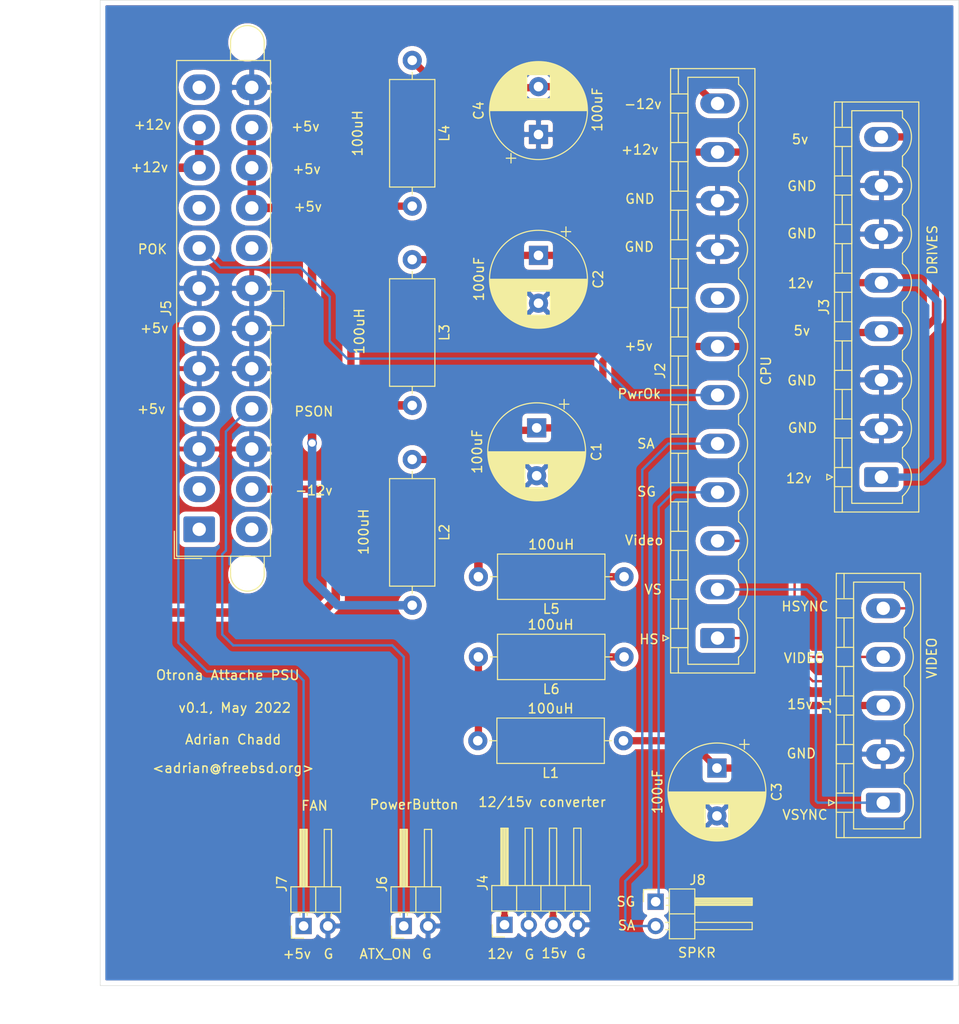
<source format=kicad_pcb>
(kicad_pcb (version 20171130) (host pcbnew 5.1.10)
  (layers (0 F.Cu signal) (31 B.Cu signal) (34 B.Paste user) (35 F.Paste user) (36 B.SilkS user) (37 F.SilkS user) (38 B.Mask user) (39 F.Mask user) (44 Edge.Cuts user))
  (net 0 "")
  (net 1 GND)
  (net 2 CPU_5V)
  (net 3 CPU_12V)
  (net 4 DISPLAY_15V)
  (net 5 CPU_MINUS_12V)
  (net 6 DISPLAY_VSYNC)
  (net 7 DISPLAY_VIDEO)
  (net 8 DISPLAY_HSYNC)
  (net 9 SPK_GND)
  (net 10 SPK_AUDIO)
  (net 11 ATX_POK)
  (net 12 "Net-(J2-Pad8)")
  (net 13 CONV_12V)
  (net 14 CONV_15V)
  (net 15 "Net-(J5-Pad1)")
  (net 16 +5V)
  (net 17 "Net-(J5-Pad9)")
  (net 18 +12V)
  (net 19 -12V)
  (net 20 ATX_PSON)
  (net 21 "Net-(J5-Pad20)")
  (net 22 +15V)
  (module Connector_Phoenix_MSTB:PhoenixContact_MSTBVA_2,5_5-G-5,08_1x05_P5.08mm_Vertical (layer F.Cu) (at 96.8375 98.8695 90)
    (fp_text reference J1 (at 10.16 -6 90) (layer F.SilkS))
    (fp_text value VIDEO)
    (pad 1 thru_hole roundrect (at 0 0 90) (size 2.08 3.6) (drill 1.4) (layers *.Cu *.Mask) (roundrect_rratio 0.120192) (net 6 DISPLAY_VSYNC))
    (pad 2 thru_hole oval (at 5.08 0 90) (size 2.08 3.6) (drill 1.4) (layers *.Cu *.Mask) (net 1 GND))
    (pad 3 thru_hole oval (at 10.16 0 90) (size 2.08 3.6) (drill 1.4) (layers *.Cu *.Mask) (net 4 DISPLAY_15V))
    (pad 4 thru_hole oval (at 15.24 0 90) (size 2.08 3.6) (drill 1.4) (layers *.Cu *.Mask) (net 7 DISPLAY_VIDEO))
    (pad 5 thru_hole oval (at 20.32 0 90) (size 2.08 3.6) (drill 1.4) (layers *.Cu *.Mask) (net 8 DISPLAY_HSYNC))
  )
  (module Connector_Phoenix_MSTB:PhoenixContact_MSTBVA_2,5_12-G-5,08_1x12_P5.08mm_Vertical (layer F.Cu) (at 79.502 81.661 90)
    (fp_text reference J2 (at 27.94 -6 90) (layer F.SilkS))
    (fp_text value CPU)
    (pad 1 thru_hole roundrect (at 0 0 90) (size 2.08 3.6) (drill 1.4) (layers *.Cu *.Mask) (roundrect_rratio 0.120192) (net 8 DISPLAY_HSYNC))
    (pad 2 thru_hole oval (at 5.08 0 90) (size 2.08 3.6) (drill 1.4) (layers *.Cu *.Mask) (net 6 DISPLAY_VSYNC))
    (pad 3 thru_hole oval (at 10.16 0 90) (size 2.08 3.6) (drill 1.4) (layers *.Cu *.Mask) (net 7 DISPLAY_VIDEO))
    (pad 4 thru_hole oval (at 15.24 0 90) (size 2.08 3.6) (drill 1.4) (layers *.Cu *.Mask) (net 9 SPK_GND))
    (pad 5 thru_hole oval (at 20.32 0 90) (size 2.08 3.6) (drill 1.4) (layers *.Cu *.Mask) (net 10 SPK_AUDIO))
    (pad 6 thru_hole oval (at 25.4 0 90) (size 2.08 3.6) (drill 1.4) (layers *.Cu *.Mask) (net 11 ATX_POK))
    (pad 7 thru_hole oval (at 30.48 0 90) (size 2.08 3.6) (drill 1.4) (layers *.Cu *.Mask) (net 2 CPU_5V))
    (pad 8 thru_hole oval (at 35.56 0 90) (size 2.08 3.6) (drill 1.4) (layers *.Cu *.Mask) (net 12 "Net-(J2-Pad8)"))
    (pad 9 thru_hole oval (at 40.64 0 90) (size 2.08 3.6) (drill 1.4) (layers *.Cu *.Mask) (net 1 GND))
    (pad 10 thru_hole oval (at 45.72 0 90) (size 2.08 3.6) (drill 1.4) (layers *.Cu *.Mask) (net 1 GND))
    (pad 11 thru_hole oval (at 50.8 0 90) (size 2.08 3.6) (drill 1.4) (layers *.Cu *.Mask) (net 3 CPU_12V))
    (pad 12 thru_hole oval (at 55.88 0 90) (size 2.08 3.6) (drill 1.4) (layers *.Cu *.Mask) (net 5 CPU_MINUS_12V))
  )
  (module Connector_Phoenix_MSTB:PhoenixContact_MSTBVA_2,5_8-G-5,08_1x08_P5.08mm_Vertical (layer F.Cu) (at 96.647 64.8335 90)
    (fp_text reference J3 (at 17.78 -6 90) (layer F.SilkS))
    (fp_text value DRIVES)
    (pad 1 thru_hole roundrect (at 0 0 90) (size 2.08 3.6) (drill 1.4) (layers *.Cu *.Mask) (roundrect_rratio 0.120192) (net 3 CPU_12V))
    (pad 2 thru_hole oval (at 5.08 0 90) (size 2.08 3.6) (drill 1.4) (layers *.Cu *.Mask) (net 1 GND))
    (pad 3 thru_hole oval (at 10.16 0 90) (size 2.08 3.6) (drill 1.4) (layers *.Cu *.Mask) (net 1 GND))
    (pad 4 thru_hole oval (at 15.24 0 90) (size 2.08 3.6) (drill 1.4) (layers *.Cu *.Mask) (net 2 CPU_5V))
    (pad 5 thru_hole oval (at 20.32 0 90) (size 2.08 3.6) (drill 1.4) (layers *.Cu *.Mask) (net 3 CPU_12V))
    (pad 6 thru_hole oval (at 25.4 0 90) (size 2.08 3.6) (drill 1.4) (layers *.Cu *.Mask) (net 1 GND))
    (pad 7 thru_hole oval (at 30.48 0 90) (size 2.08 3.6) (drill 1.4) (layers *.Cu *.Mask) (net 1 GND))
    (pad 8 thru_hole oval (at 35.56 0 90) (size 2.08 3.6) (drill 1.4) (layers *.Cu *.Mask) (net 2 CPU_5V))
  )
  (module Connector_PinHeader_2.54mm:PinHeader_1x04_P2.54mm_Horizontal (layer F.Cu) (at 57.2135 111.633 90)
    (fp_text reference J4 (at 4.385 -2.27 90) (layer F.SilkS))
    (fp_text value 15V_CONV)
    (pad 1 thru_hole rect (at 0 0 90) (size 1.7 1.7) (drill 1) (layers *.Cu *.Mask) (net 13 CONV_12V))
    (pad 2 thru_hole oval (at 0 2.54 90) (size 1.7 1.7) (drill 1) (layers *.Cu *.Mask) (net 1 GND))
    (pad 3 thru_hole oval (at 0 5.08 90) (size 1.7 1.7) (drill 1) (layers *.Cu *.Mask) (net 14 CONV_15V))
    (pad 4 thru_hole oval (at 0 7.62 90) (size 1.7 1.7) (drill 1) (layers *.Cu *.Mask) (net 1 GND))
  )
  (module Connector_Molex:Molex_Mini-Fit_Jr_5566-24A2_2x12_P4.20mm_Vertical (layer F.Cu) (at 25.273 70.2945 90)
    (fp_text reference J5 (at 23.1 -3.45 90) (layer F.SilkS))
    (fp_text value ATX-24)
    (pad 1 thru_hole roundrect (at 0 0 90) (size 2.7 3.3) (drill 1.4) (layers *.Cu *.Mask) (roundrect_rratio 0.09259299999999999) (net 15 "Net-(J5-Pad1)"))
    (pad 2 thru_hole oval (at 4.2 0 90) (size 2.7 3.3) (drill 1.4) (layers *.Cu *.Mask) (net 15 "Net-(J5-Pad1)"))
    (pad 3 thru_hole oval (at 8.4 0 90) (size 2.7 3.3) (drill 1.4) (layers *.Cu *.Mask) (net 1 GND))
    (pad 4 thru_hole oval (at 12.6 0 90) (size 2.7 3.3) (drill 1.4) (layers *.Cu *.Mask) (net 16 +5V))
    (pad 5 thru_hole oval (at 16.8 0 90) (size 2.7 3.3) (drill 1.4) (layers *.Cu *.Mask) (net 1 GND))
    (pad 6 thru_hole oval (at 21 0 90) (size 2.7 3.3) (drill 1.4) (layers *.Cu *.Mask) (net 16 +5V))
    (pad 7 thru_hole oval (at 25.2 0 90) (size 2.7 3.3) (drill 1.4) (layers *.Cu *.Mask) (net 1 GND))
    (pad 8 thru_hole oval (at 29.4 0 90) (size 2.7 3.3) (drill 1.4) (layers *.Cu *.Mask) (net 11 ATX_POK))
    (pad 9 thru_hole oval (at 33.6 0 90) (size 2.7 3.3) (drill 1.4) (layers *.Cu *.Mask) (net 17 "Net-(J5-Pad9)"))
    (pad 10 thru_hole oval (at 37.8 0 90) (size 2.7 3.3) (drill 1.4) (layers *.Cu *.Mask) (net 18 +12V))
    (pad 11 thru_hole oval (at 42 0 90) (size 2.7 3.3) (drill 1.4) (layers *.Cu *.Mask) (net 18 +12V))
    (pad 12 thru_hole oval (at 46.2 0 90) (size 2.7 3.3) (drill 1.4) (layers *.Cu *.Mask) (net 15 "Net-(J5-Pad1)"))
    (pad 13 thru_hole oval (at 0 5.5 90) (size 2.7 3.3) (drill 1.4) (layers *.Cu *.Mask) (net 15 "Net-(J5-Pad1)"))
    (pad 14 thru_hole oval (at 4.2 5.5 90) (size 2.7 3.3) (drill 1.4) (layers *.Cu *.Mask) (net 19 -12V))
    (pad 15 thru_hole oval (at 8.4 5.5 90) (size 2.7 3.3) (drill 1.4) (layers *.Cu *.Mask) (net 1 GND))
    (pad 16 thru_hole oval (at 12.6 5.5 90) (size 2.7 3.3) (drill 1.4) (layers *.Cu *.Mask) (net 20 ATX_PSON))
    (pad 17 thru_hole oval (at 16.8 5.5 90) (size 2.7 3.3) (drill 1.4) (layers *.Cu *.Mask) (net 1 GND))
    (pad 18 thru_hole oval (at 21 5.5 90) (size 2.7 3.3) (drill 1.4) (layers *.Cu *.Mask) (net 1 GND))
    (pad 19 thru_hole oval (at 25.2 5.5 90) (size 2.7 3.3) (drill 1.4) (layers *.Cu *.Mask) (net 1 GND))
    (pad 20 thru_hole oval (at 29.4 5.5 90) (size 2.7 3.3) (drill 1.4) (layers *.Cu *.Mask) (net 21 "Net-(J5-Pad20)"))
    (pad 21 thru_hole oval (at 33.6 5.5 90) (size 2.7 3.3) (drill 1.4) (layers *.Cu *.Mask) (net 16 +5V))
    (pad 22 thru_hole oval (at 37.8 5.5 90) (size 2.7 3.3) (drill 1.4) (layers *.Cu *.Mask) (net 16 +5V))
    (pad 23 thru_hole oval (at 42 5.5 90) (size 2.7 3.3) (drill 1.4) (layers *.Cu *.Mask) (net 16 +5V))
    (pad 24 thru_hole oval (at 46.2 5.5 90) (size 2.7 3.3) (drill 1.4) (layers *.Cu *.Mask) (net 1 GND))
    (pad "" np_thru_hole circle (at -4.7 5.04 90) (size 3 3) (drill 3) (layers *.Cu *.Mask))
    (pad "" np_thru_hole circle (at 50.9 5.04 90) (size 3 3) (drill 3) (layers *.Cu *.Mask))
  )
  (module Connector_PinHeader_2.54mm:PinHeader_1x02_P2.54mm_Horizontal (layer F.Cu) (at 46.6725 111.76 90)
    (fp_text reference J6 (at 4.385 -2.27 90) (layer F.SilkS))
    (fp_text value PWR)
    (pad 1 thru_hole rect (at 0 0 90) (size 1.7 1.7) (drill 1) (layers *.Cu *.Mask) (net 20 ATX_PSON))
    (pad 2 thru_hole oval (at 0 2.54 90) (size 1.7 1.7) (drill 1) (layers *.Cu *.Mask) (net 1 GND))
  )
  (module Connector_PinHeader_2.54mm:PinHeader_1x02_P2.54mm_Horizontal (layer F.Cu) (at 36.195 111.76 90)
    (fp_text reference J7 (at 4.385 -2.27 90) (layer F.SilkS))
    (fp_text value FAN)
    (pad 2 thru_hole oval (at 0 2.54 90) (size 1.7 1.7) (drill 1) (layers *.Cu *.Mask) (net 1 GND))
    (pad 1 thru_hole rect (at 0 0 90) (size 1.7 1.7) (drill 1) (layers *.Cu *.Mask) (net 16 +5V))
  )
  (module Capacitor_THT:CP_Radial_D10.0mm_P5.00mm (layer F.Cu) (at 60.579 59.69 270)
    (fp_text reference C1 (at 2.5 -6.25 90) (layer F.SilkS))
    (fp_text value 100uF)
    (pad 2 thru_hole circle (at 5 0 270) (size 2 2) (drill 1) (layers *.Cu *.Mask) (net 1 GND))
    (pad 1 thru_hole rect (at 0 0 270) (size 2 2) (drill 1) (layers *.Cu *.Mask) (net 2 CPU_5V))
  )
  (module Capacitor_THT:CP_Radial_D10.0mm_P5.00mm (layer F.Cu) (at 60.7695 41.656 270)
    (fp_text reference C2 (at 2.5 -6.25 90) (layer F.SilkS))
    (fp_text value 100uF)
    (pad 1 thru_hole rect (at 0 0 270) (size 2 2) (drill 1) (layers *.Cu *.Mask) (net 3 CPU_12V))
    (pad 2 thru_hole circle (at 5 0 270) (size 2 2) (drill 1) (layers *.Cu *.Mask) (net 1 GND))
  )
  (module Capacitor_THT:CP_Radial_D10.0mm_P5.00mm (layer F.Cu) (at 79.4385 95.25 270)
    (fp_text reference C3 (at 2.5 -6.25 90) (layer F.SilkS))
    (fp_text value 100uF)
    (pad 2 thru_hole circle (at 5 0 270) (size 2 2) (drill 1) (layers *.Cu *.Mask) (net 1 GND))
    (pad 1 thru_hole rect (at 0 0 270) (size 2 2) (drill 1) (layers *.Cu *.Mask) (net 4 DISPLAY_15V))
  )
  (module Capacitor_THT:CP_Radial_D10.0mm_P5.00mm (layer F.Cu) (at 60.7695 29.0195 90)
    (fp_text reference C4 (at 2.5 -6.25 90) (layer F.SilkS))
    (fp_text value 100uF)
    (pad 1 thru_hole rect (at 0 0 90) (size 2 2) (drill 1) (layers *.Cu *.Mask) (net 1 GND))
    (pad 2 thru_hole circle (at 5 0 90) (size 2 2) (drill 1) (layers *.Cu *.Mask) (net 5 CPU_MINUS_12V))
  )
  (module Inductor_THT:L_Axial_L11.0mm_D4.5mm_P15.24mm_Horizontal_Fastron_MECC (layer F.Cu) (at 69.6595 92.3925 180)
    (fp_text reference L1 (at 7.62 -3.37) (layer F.SilkS))
    (fp_text value 100uH)
    (pad 1 thru_hole circle (at 0 0 180) (size 2 2) (drill 1) (layers *.Cu *.Mask) (net 4 DISPLAY_15V))
    (pad 2 thru_hole oval (at 15.24 0 180) (size 2 2) (drill 1) (layers *.Cu *.Mask) (net 22 +15V))
  )
  (module Inductor_THT:L_Axial_L11.0mm_D4.5mm_P15.24mm_Horizontal_Fastron_MECC (layer F.Cu) (at 47.5615 62.992 270)
    (fp_text reference L2 (at 7.62 -3.37 90) (layer F.SilkS))
    (fp_text value 100uH)
    (pad 2 thru_hole oval (at 15.24 0 270) (size 2 2) (drill 1) (layers *.Cu *.Mask) (net 16 +5V))
    (pad 1 thru_hole circle (at 0 0 270) (size 2 2) (drill 1) (layers *.Cu *.Mask) (net 2 CPU_5V))
  )
  (module Inductor_THT:L_Axial_L11.0mm_D4.5mm_P15.24mm_Horizontal_Fastron_MECC (layer F.Cu) (at 47.5615 42.1005 270)
    (fp_text reference L3 (at 7.62 -3.37 90) (layer F.SilkS))
    (fp_text value 100uH)
    (pad 1 thru_hole circle (at 0 0 270) (size 2 2) (drill 1) (layers *.Cu *.Mask) (net 3 CPU_12V))
    (pad 2 thru_hole oval (at 15.24 0 270) (size 2 2) (drill 1) (layers *.Cu *.Mask) (net 18 +12V))
  )
  (module Inductor_THT:L_Axial_L11.0mm_D4.5mm_P15.24mm_Horizontal_Fastron_MECC (layer F.Cu) (at 47.5615 21.2725 270)
    (fp_text reference L4 (at 7.62 -3.37 90) (layer F.SilkS))
    (fp_text value 100uH)
    (pad 2 thru_hole oval (at 15.24 0 270) (size 2 2) (drill 1) (layers *.Cu *.Mask) (net 19 -12V))
    (pad 1 thru_hole circle (at 0 0 270) (size 2 2) (drill 1) (layers *.Cu *.Mask) (net 5 CPU_MINUS_12V))
  )
  (module Inductor_THT:L_Axial_L11.0mm_D4.5mm_P15.24mm_Horizontal_Fastron_MECC (layer F.Cu) (at 69.723 75.2475 180)
    (fp_text reference L5 (at 7.62 -3.37) (layer F.SilkS))
    (fp_text value 100uH)
    (pad 1 thru_hole circle (at 0 0 180) (size 2 2) (drill 1) (layers *.Cu *.Mask) (net 13 CONV_12V))
    (pad 2 thru_hole oval (at 15.24 0 180) (size 2 2) (drill 1) (layers *.Cu *.Mask) (net 18 +12V))
  )
  (module Inductor_THT:L_Axial_L11.0mm_D4.5mm_P15.24mm_Horizontal_Fastron_MECC (layer F.Cu) (at 69.723 83.6295 180)
    (fp_text reference L6 (at 7.62 -3.37) (layer F.SilkS))
    (fp_text value 100uH)
    (pad 2 thru_hole oval (at 15.24 0 180) (size 2 2) (drill 1) (layers *.Cu *.Mask) (net 22 +15V))
    (pad 1 thru_hole circle (at 0 0 180) (size 2 2) (drill 1) (layers *.Cu *.Mask) (net 14 CONV_15V))
  )
  (module Connector_PinHeader_2.54mm:PinHeader_1x02_P2.54mm_Horizontal (layer F.Cu) (at 73.025 109.22)
    (fp_text reference J8 (at 4.385 -2.27) (layer F.SilkS))
    (fp_text value AUDIO)
    (pad 1 thru_hole rect (at 0 0) (size 1.7 1.7) (drill 1) (layers *.Cu *.Mask) (net 9 SPK_GND))
    (pad 2 thru_hole oval (at 0 2.54) (size 1.7 1.7) (drill 1) (layers *.Cu *.Mask) (net 10 SPK_AUDIO))
  )
  (gr_text <adrian@freebsd.org> (at 28.829 95.25) (layer F.SilkS) (effects (font (size 1 1))))
  (gr_text "Adrian Chadd" (at 28.829 92.2655) (layer F.SilkS) (effects (font (size 1 1))))
  (gr_text "v0.1, May 2022" (at 28.9941 88.9508) (layer F.SilkS) (effects (font (size 1 1))))
  (gr_text "Otrona Attache PSU" (at 28.2575 85.5345) (layer F.SilkS) (effects (font (size 1 1))))
  (gr_text POK (at 20.3835 41.021) (layer F.SilkS) (effects (font (size 1 1))))
  (gr_text +5v (at 20.574 49.276) (layer F.SilkS) (effects (font (size 1 1))))
  (gr_text +5v (at 20.2565 57.7215) (layer F.SilkS) (effects (font (size 1 1))))
  (gr_text -12v (at 37.2745 66.2305) (layer F.SilkS) (effects (font (size 1 1))))
  (gr_text PSON (at 37.2745 57.9755) (layer F.SilkS) (effects (font (size 1 1))))
  (gr_text +5v (at 36.6395 36.576) (layer F.SilkS) (effects (font (size 1 1))))
  (gr_text +5v (at 36.5125 32.639) (layer F.SilkS) (effects (font (size 1 1))))
  (gr_text +5v (at 36.3855 28.194) (layer F.SilkS) (effects (font (size 1 1))))
  (gr_text +12v (at 20.066 32.4485) (layer F.SilkS) (effects (font (size 1 1))))
  (gr_text +12v (at 20.3835 28.0035) (layer F.SilkS) (effects (font (size 1 1))))
  (gr_text 100uF (at 66.929 26.416 90) (layer F.SilkS) (effects (font (size 1 1))))
  (gr_text 100uF (at 73.2155 97.7265 90) (layer F.SilkS) (effects (font (size 1 1))))
  (gr_text 100uF (at 54.5465 44.1325 90) (layer F.SilkS) (effects (font (size 1 1))))
  (gr_text 100uF (at 54.356 62.1665 90) (layer F.SilkS) (effects (font (size 1 1))))
  (gr_text 100uH (at 62.0395 89.027) (layer F.SilkS) (effects (font (size 1 1))))
  (gr_text 100uH (at 62.0395 80.264) (layer F.SilkS) (effects (font (size 1 1))))
  (gr_text 100uH (at 62.103 71.882) (layer F.SilkS) (effects (font (size 1 1))))
  (gr_text 100uH (at 42.037 49.5935 90) (layer F.SilkS) (effects (font (size 1 1))))
  (gr_text 100uH (at 41.8465 28.8925 90) (layer F.SilkS) (effects (font (size 1 1))))
  (gr_text 100uH (at 42.4815 70.5485 90) (layer F.SilkS) (effects (font (size 1 1))))
  (gr_text CPU (at 84.582 53.721 90) (layer F.SilkS) (effects (font (size 1 1))))
  (gr_text HS (at 72.3265 81.788) (layer F.SilkS) (effects (font (size 1 1))))
  (gr_text VS (at 72.771 76.581) (layer F.SilkS) (effects (font (size 1 1))))
  (gr_text Video (at 71.8185 71.4375) (layer F.SilkS) (effects (font (size 1 1))))
  (gr_text SG (at 72.0725 66.3575) (layer F.SilkS) (effects (font (size 1 1))))
  (gr_text SA (at 72.009 61.341) (layer F.SilkS) (effects (font (size 1 1))))
  (gr_text PwrOk (at 71.3105 56.134) (layer F.SilkS) (effects (font (size 1 1))))
  (gr_text +5v (at 71.247 51.1175) (layer F.SilkS) (effects (font (size 1 1))))
  (gr_text GND (at 71.3105 40.767) (layer F.SilkS) (effects (font (size 1 1))))
  (gr_text GND (at 71.374 35.7505) (layer F.SilkS) (effects (font (size 1 1))))
  (gr_text +12v (at 71.374 30.607) (layer F.SilkS) (effects (font (size 1 1))))
  (gr_text -12v (at 71.6915 25.8445) (layer F.SilkS) (effects (font (size 1 1))))
  (gr_text VIDEO (at 101.9175 83.7565 90) (layer F.SilkS) (effects (font (size 1 1))))
  (gr_text "DRIVES\n" (at 101.981 41.0845 90) (layer F.SilkS) (effects (font (size 1 1))))
  (gr_text 5v (at 88.138 29.5275) (layer F.SilkS) (effects (font (size 1 1))))
  (gr_text GND (at 88.3285 34.417) (layer F.SilkS) (effects (font (size 1 1))))
  (gr_text GND (at 88.3285 39.37) (layer F.SilkS) (effects (font (size 1 1))))
  (gr_text 12v (at 88.2015 44.577) (layer F.SilkS) (effects (font (size 1 1))))
  (gr_text 5v (at 88.3285 49.53) (layer F.SilkS) (effects (font (size 1 1))))
  (gr_text GND (at 88.3285 54.737) (layer F.SilkS) (effects (font (size 1 1))))
  (gr_text GND (at 88.392 59.69) (layer F.SilkS) (effects (font (size 1 1))))
  (gr_text 12v (at 88.011 64.9605) (layer F.SilkS) (effects (font (size 1 1))))
  (gr_text VSYNC (at 88.646 100.1395) (layer F.SilkS) (effects (font (size 1 1))))
  (gr_text "GND\n" (at 88.265 93.726) (layer F.SilkS) (effects (font (size 1 1))))
  (gr_text 15v (at 88.138 88.5825) (layer F.SilkS) (effects (font (size 1 1))))
  (gr_text "VIDEO\n" (at 88.5825 83.7565) (layer F.SilkS) (effects (font (size 1 1))))
  (gr_text "HSYNC\n" (at 88.646 78.359) (layer F.SilkS) (effects (font (size 1 1))))
  (gr_text SA (at 69.977 111.6965) (layer F.SilkS) (effects (font (size 1 1))))
  (gr_text SG (at 69.9135 109.22) (layer F.SilkS) (effects (font (size 1 1))))
  (gr_text SPKR (at 77.343 114.554) (layer F.SilkS) (effects (font (size 1 1))))
  (gr_text G (at 65.2145 114.681) (layer F.SilkS) (effects (font (size 1 1))))
  (gr_text 15v (at 62.4205 114.6175) (layer F.SilkS) (effects (font (size 1 1))))
  (gr_text G (at 59.817 114.7445) (layer F.SilkS) (effects (font (size 1 1))))
  (gr_text 12v (at 56.769 114.681) (layer F.SilkS) (effects (font (size 1 1))))
  (gr_text G (at 49.0855 114.681) (layer F.SilkS) (effects (font (size 1 1))))
  (gr_text G (at 38.7985 114.681) (layer F.SilkS) (effects (font (size 1 1))))
  (gr_text "ATX_ON\n" (at 44.7675 114.681) (layer F.SilkS) (effects (font (size 1 1))))
  (gr_text +5v (at 35.4965 114.681) (layer F.SilkS) (effects (font (size 1 1))))
  (gr_text "12/15v converter\n" (at 61.1505 98.806) (layer F.SilkS) (effects (font (size 1 1))))
  (gr_text PowerButton (at 47.752 99.06) (layer F.SilkS) (effects (font (size 1 1))))
  (gr_text FAN (at 37.338 99.187) (layer F.SilkS) (effects (font (size 1 1))))
  (gr_line (start 14.9225 14.986) (end 14.9225 117.9195) (layer Edge.Cuts) (width 0.05))
  (gr_line (start 14.9225 117.983) (end 14.9225 117.9195) (layer Edge.Cuts) (width 0.05))
  (gr_line (start 104.7115 117.983) (end 14.9225 117.983) (layer Edge.Cuts) (width 0.05))
  (gr_line (start 104.711 14.986) (end 14.9225 14.986) (layer Edge.Cuts) (width 0.05))
  (gr_line (start 104.711 14.986) (end 104.711 117.986) (layer Edge.Cuts) (width 0.05))
  (segment (start 47.5615 62.992) (end 51.2445 62.992) (width 0.762) (layer F.Cu) (net 2))
  (segment (start 51.2445 62.992) (end 52.07 62.1665) (width 0.762) (layer F.Cu) (net 2))
  (segment (start 52.07 62.1665) (end 52.07 60.833) (width 0.762) (layer F.Cu) (net 2))
  (segment (start 52.07 60.833) (end 52.959 59.944) (width 0.762) (layer F.Cu) (net 2))
  (segment (start 60.325 59.944) (end 60.579 59.69) (width 0.762) (layer F.Cu) (net 2))
  (segment (start 52.959 59.944) (end 60.325 59.944) (width 0.762) (layer F.Cu) (net 2))
  (segment (start 79.502 51.181) (end 69.0245 51.181) (width 0.762) (layer F.Cu) (net 2))
  (segment (start 69.0245 51.181) (end 67.5005 52.705) (width 0.762) (layer F.Cu) (net 2))
  (segment (start 67.5005 52.705) (end 67.5005 58.7375) (width 0.762) (layer F.Cu) (net 2))
  (segment (start 66.548 59.69) (end 60.579 59.69) (width 0.762) (layer F.Cu) (net 2))
  (segment (start 67.5005 58.7375) (end 66.548 59.69) (width 0.762) (layer F.Cu) (net 2))
  (segment (start 79.502 51.181) (end 87.3125 51.181) (width 0.762) (layer F.Cu) (net 2))
  (segment (start 87.3125 51.181) (end 88.773 49.7205) (width 0.762) (layer F.Cu) (net 2))
  (segment (start 96.52 49.7205) (end 96.647 49.5935) (width 0.762) (layer F.Cu) (net 2))
  (segment (start 88.773 49.7205) (end 96.52 49.7205) (width 0.762) (layer F.Cu) (net 2))
  (segment (start 96.647 29.2735) (end 100.838 29.2735) (width 0.762) (layer F.Cu) (net 2))
  (segment (start 100.838 29.2735) (end 102.2985 30.734) (width 0.762) (layer F.Cu) (net 2))
  (segment (start 102.2985 30.734) (end 102.2985 48.1965) (width 0.762) (layer F.Cu) (net 2))
  (segment (start 102.2985 48.1965) (end 100.965 49.53) (width 0.762) (layer F.Cu) (net 2))
  (segment (start 96.7105 49.53) (end 96.647 49.5935) (width 0.762) (layer F.Cu) (net 2))
  (segment (start 100.965 49.53) (end 96.7105 49.53) (width 0.762) (layer F.Cu) (net 2))
  (segment (start 79.502 30.861) (end 66.8655 30.861) (width 0.762) (layer F.Cu) (net 3))
  (segment (start 66.8655 30.861) (end 65.7225 32.004) (width 0.762) (layer F.Cu) (net 3))
  (segment (start 65.7225 32.004) (end 65.7225 41.021) (width 0.762) (layer F.Cu) (net 3))
  (segment (start 65.0875 41.656) (end 60.7695 41.656) (width 0.762) (layer F.Cu) (net 3))
  (segment (start 65.7225 41.021) (end 65.0875 41.656) (width 0.762) (layer F.Cu) (net 3))
  (segment (start 60.7695 41.656) (end 52.1335 41.656) (width 0.762) (layer F.Cu) (net 3))
  (segment (start 52.1335 41.656) (end 51.689 42.1005) (width 0.762) (layer F.Cu) (net 3))
  (segment (start 51.689 42.1005) (end 51.562 42.1005) (width 0.762) (layer F.Cu) (net 3))
  (segment (start 51.562 42.1005) (end 51.7525 42.1005) (width 0.762) (layer F.Cu) (net 3))
  (segment (start 47.5615 42.1005) (end 51.562 42.1005) (width 0.762) (layer F.Cu) (net 3))
  (segment (start 79.502 30.861) (end 86.36 30.861) (width 0.762) (layer F.Cu) (net 3))
  (segment (start 86.36 30.861) (end 87.376 31.877) (width 0.762) (layer F.Cu) (net 3))
  (segment (start 87.376 31.877) (end 87.376 43.7515) (width 0.762) (layer F.Cu) (net 3))
  (segment (start 88.138 44.5135) (end 96.647 44.5135) (width 0.762) (layer F.Cu) (net 3))
  (segment (start 87.376 43.7515) (end 88.138 44.5135) (width 0.762) (layer F.Cu) (net 3))
  (segment (start 96.647 44.5135) (end 100.584 44.5135) (width 0.762) (layer B.Cu) (net 3))
  (segment (start 100.584 44.5135) (end 102.5525 46.482) (width 0.762) (layer B.Cu) (net 3))
  (segment (start 102.5525 46.482) (end 102.5525 63.119) (width 0.762) (layer B.Cu) (net 3))
  (segment (start 100.838 64.8335) (end 96.647 64.8335) (width 0.762) (layer B.Cu) (net 3))
  (segment (start 102.5525 63.119) (end 100.838 64.8335) (width 0.762) (layer B.Cu) (net 3))
  (segment (start 76.581 92.3925) (end 79.4385 95.25) (width 0.762) (layer F.Cu) (net 4))
  (segment (start 69.6595 92.3925) (end 76.581 92.3925) (width 0.762) (layer F.Cu) (net 4))
  (segment (start 79.4385 95.25) (end 83.439 95.25) (width 0.762) (layer F.Cu) (net 4))
  (segment (start 83.439 95.25) (end 85.979 92.71) (width 0.762) (layer F.Cu) (net 4))
  (segment (start 85.979 92.71) (end 85.979 90.1065) (width 0.762) (layer F.Cu) (net 4))
  (segment (start 87.376 88.7095) (end 96.8375 88.7095) (width 0.762) (layer F.Cu) (net 4))
  (segment (start 85.979 90.1065) (end 87.376 88.7095) (width 0.762) (layer F.Cu) (net 4))
  (segment (start 47.5615 21.2725) (end 50.419 24.13) (width 0.762) (layer F.Cu) (net 5))
  (segment (start 60.659 24.13) (end 60.7695 24.0195) (width 0.762) (layer F.Cu) (net 5))
  (segment (start 50.419 24.13) (end 60.659 24.13) (width 0.762) (layer F.Cu) (net 5))
  (segment (start 60.7695 24.0195) (end 77.423 24.0195) (width 0.762) (layer F.Cu) (net 5))
  (segment (start 79.1845 25.781) (end 79.502 25.781) (width 0.762) (layer F.Cu) (net 5))
  (segment (start 77.423 24.0195) (end 79.1845 25.781) (width 0.762) (layer F.Cu) (net 5))
  (segment (start 79.502 76.581) (end 88.8365 76.581) (width 0.25) (layer B.Cu) (net 6))
  (segment (start 88.8365 76.581) (end 89.789 77.5335) (width 0.25) (layer B.Cu) (net 6))
  (segment (start 89.789 77.5335) (end 89.789 98.679) (width 0.25) (layer B.Cu) (net 6))
  (segment (start 89.9795 98.8695) (end 96.8375 98.8695) (width 0.25) (layer B.Cu) (net 6))
  (segment (start 89.789 98.679) (end 89.9795 98.8695) (width 0.25) (layer B.Cu) (net 6))
  (segment (start 79.502 71.501) (end 86.233 71.501) (width 0.25) (layer F.Cu) (net 7))
  (segment (start 86.233 71.501) (end 87.5665 72.8345) (width 0.25) (layer F.Cu) (net 7))
  (segment (start 87.5665 72.8345) (end 87.5665 82.1055) (width 0.25) (layer F.Cu) (net 7))
  (segment (start 89.0905 83.6295) (end 96.8375 83.6295) (width 0.25) (layer F.Cu) (net 7))
  (segment (start 87.5665 82.1055) (end 89.0905 83.6295) (width 0.25) (layer F.Cu) (net 7))
  (segment (start 96.8375 78.5495) (end 98.171 78.5495) (width 0.25) (layer F.Cu) (net 8))
  (segment (start 79.502 81.661) (end 84.963 81.661) (width 0.25) (layer F.Cu) (net 8))
  (segment (start 84.963 81.661) (end 89.4715 86.1695) (width 0.25) (layer F.Cu) (net 8))
  (segment (start 89.4715 86.1695) (end 99.695 86.1695) (width 0.25) (layer F.Cu) (net 8))
  (segment (start 99.695 86.1695) (end 100.3935 85.471) (width 0.25) (layer F.Cu) (net 8))
  (segment (start 100.3935 85.471) (end 100.3935 79.1845) (width 0.25) (layer F.Cu) (net 8))
  (segment (start 99.7585 78.5495) (end 96.8375 78.5495) (width 0.25) (layer F.Cu) (net 8))
  (segment (start 100.3935 79.1845) (end 99.7585 78.5495) (width 0.25) (layer F.Cu) (net 8))
  (segment (start 73.3425 108.9025) (end 73.025 109.22) (width 0.25) (layer B.Cu) (net 9))
  (segment (start 73.3425 67.945) (end 73.3425 108.9025) (width 0.25) (layer B.Cu) (net 9))
  (segment (start 74.8665 66.421) (end 73.3425 67.945) (width 0.25) (layer B.Cu) (net 9))
  (segment (start 79.502 66.421) (end 74.8665 66.421) (width 0.25) (layer B.Cu) (net 9))
  (segment (start 79.502 61.341) (end 74.3585 61.341) (width 0.25) (layer B.Cu) (net 10))
  (segment (start 74.3585 61.341) (end 71.628 64.0715) (width 0.25) (layer B.Cu) (net 10))
  (segment (start 71.628 64.0715) (end 71.628 100.7745) (width 0.25) (layer B.Cu) (net 10))
  (segment (start 71.628 100.7745) (end 71.628 105.283) (width 0.25) (layer B.Cu) (net 10))
  (segment (start 71.628 100.7745) (end 71.628 100.965) (width 0.25) (layer B.Cu) (net 10))
  (segment (start 71.628 105.283) (end 69.85 107.061) (width 0.25) (layer B.Cu) (net 10))
  (segment (start 69.85 107.061) (end 69.85 111.4425) (width 0.25) (layer B.Cu) (net 10))
  (segment (start 70.1675 111.76) (end 73.025 111.76) (width 0.25) (layer B.Cu) (net 10))
  (segment (start 69.85 111.4425) (end 70.1675 111.76) (width 0.25) (layer B.Cu) (net 10))
  (segment (start 70.485 56.261) (end 79.502 56.261) (width 0.25) (layer B.Cu) (net 11))
  (segment (start 40.767 52.451) (end 66.675 52.451) (width 0.25) (layer B.Cu) (net 11))
  (segment (start 38.9255 50.6095) (end 40.767 52.451) (width 0.25) (layer B.Cu) (net 11))
  (segment (start 38.9255 45.974) (end 38.9255 50.6095) (width 0.25) (layer B.Cu) (net 11))
  (segment (start 25.464 40.8945) (end 27.4955 42.926) (width 0.25) (layer B.Cu) (net 11))
  (segment (start 35.8775 42.926) (end 38.9255 45.974) (width 0.25) (layer B.Cu) (net 11))
  (segment (start 27.4955 42.926) (end 35.8775 42.926) (width 0.25) (layer B.Cu) (net 11))
  (segment (start 66.675 52.451) (end 70.485 56.261) (width 0.25) (layer B.Cu) (net 11))
  (segment (start 25.273 40.8945) (end 25.464 40.8945) (width 0.25) (layer B.Cu) (net 11))
  (segment (start 57.2135 111.633) (end 57.2135 100.711) (width 0.762) (layer F.Cu) (net 13))
  (segment (start 57.2135 100.711) (end 60.5155 97.409) (width 0.762) (layer F.Cu) (net 13))
  (segment (start 60.5155 97.409) (end 60.5155 76.7715) (width 0.762) (layer F.Cu) (net 13))
  (segment (start 62.0395 75.2475) (end 69.723 75.2475) (width 0.762) (layer F.Cu) (net 13))
  (segment (start 60.5155 76.7715) (end 62.0395 75.2475) (width 0.762) (layer F.Cu) (net 13))
  (segment (start 63.5635 97.9805) (end 62.2935 99.2505) (width 0.762) (layer F.Cu) (net 14))
  (segment (start 62.2935 99.2505) (end 62.2935 111.633) (width 0.762) (layer F.Cu) (net 14))
  (segment (start 63.5635 84.8995) (end 63.5635 97.9805) (width 0.762) (layer F.Cu) (net 14))
  (segment (start 64.8335 83.6295) (end 63.5635 84.8995) (width 0.762) (layer F.Cu) (net 14))
  (segment (start 69.723 83.6295) (end 64.8335 83.6295) (width 0.762) (layer F.Cu) (net 14))
  (segment (start 30.773 28.2945) (end 30.773 32.4945) (width 0.889) (layer F.Cu) (net 16))
  (segment (start 30.773 32.4945) (end 30.773 36.6945) (width 0.889) (layer F.Cu) (net 16))
  (segment (start 30.773 36.6945) (end 35.234 36.6945) (width 0.889) (layer F.Cu) (net 16))
  (segment (start 35.234 36.6945) (end 37.084 38.5445) (width 0.889) (layer F.Cu) (net 16))
  (segment (start 37.084 38.5445) (end 37.084 61.2775) (width 0.889) (layer F.Cu) (net 16))
  (segment (start 37.084 61.2775) (end 37.084 61.2775) (width 0.889) (layer F.Cu) (net 16))
  (segment (start 37.084 61.2775) (end 37.084 61.2775) (width 0.889) (layer F.Cu) (net 16))
  (via (at 37.084 61.2775) (size 1.016) (drill 0.762) (layers F.Cu B.Cu) (net 16))
  (segment (start 37.084 61.2775) (end 37.084 75.565) (width 0.889) (layer B.Cu) (net 16))
  (segment (start 39.751 78.232) (end 47.5615 78.232) (width 0.889) (layer B.Cu) (net 16))
  (segment (start 37.084 75.565) (end 39.751 78.232) (width 0.889) (layer B.Cu) (net 16))
  (segment (start 25.273 49.2945) (end 23.0955 49.2945) (width 0.25) (layer B.Cu) (net 16))
  (segment (start 23.0955 82.1505) (end 26.0985 85.1535) (width 0.25) (layer B.Cu) (net 16))
  (segment (start 26.0985 85.1535) (end 35.2425 85.1535) (width 0.25) (layer B.Cu) (net 16))
  (segment (start 36.195 86.106) (end 36.195 111.76) (width 0.25) (layer B.Cu) (net 16))
  (segment (start 35.2425 85.1535) (end 36.195 86.106) (width 0.25) (layer B.Cu) (net 16))
  (segment (start 23.104 57.6945) (end 23.0955 57.703) (width 0.25) (layer B.Cu) (net 16))
  (segment (start 25.273 57.6945) (end 23.104 57.6945) (width 0.25) (layer B.Cu) (net 16))
  (segment (start 23.0955 57.703) (end 23.0955 82.1505) (width 0.25) (layer B.Cu) (net 16))
  (segment (start 23.0955 49.2945) (end 23.0955 57.703) (width 0.25) (layer B.Cu) (net 16))
  (segment (start 47.5615 57.3405) (end 45.212 57.3405) (width 0.889) (layer F.Cu) (net 18))
  (segment (start 45.212 57.3405) (end 44.0055 58.547) (width 0.889) (layer F.Cu) (net 18))
  (segment (start 44.0055 58.547) (end 44.0055 68.6435) (width 0.889) (layer F.Cu) (net 18))
  (segment (start 44.0055 68.6435) (end 45.847 70.485) (width 0.889) (layer F.Cu) (net 18))
  (segment (start 45.847 70.485) (end 53.848 70.485) (width 0.889) (layer F.Cu) (net 18))
  (segment (start 54.483 71.12) (end 54.483 75.2475) (width 0.889) (layer F.Cu) (net 18))
  (segment (start 53.848 70.485) (end 54.483 71.12) (width 0.889) (layer F.Cu) (net 18))
  (segment (start 25.273 28.2945) (end 25.273 32.4945) (width 0.889) (layer F.Cu) (net 18))
  (segment (start 25.273 32.4945) (end 21.3535 32.4945) (width 0.889) (layer F.Cu) (net 18))
  (segment (start 21.3535 32.4945) (end 20.0025 33.8455) (width 0.889) (layer F.Cu) (net 18))
  (segment (start 20.0025 33.8455) (end 20.0025 78.4225) (width 0.889) (layer F.Cu) (net 18))
  (segment (start 20.0025 78.4225) (end 20.574 78.994) (width 0.889) (layer F.Cu) (net 18))
  (segment (start 20.574 78.994) (end 38.1635 78.994) (width 0.889) (layer F.Cu) (net 18))
  (segment (start 38.1635 78.994) (end 39.5605 77.597) (width 0.889) (layer F.Cu) (net 18))
  (segment (start 39.5605 77.597) (end 39.5605 70.485) (width 0.889) (layer F.Cu) (net 18))
  (segment (start 41.402 68.6435) (end 44.0055 68.6435) (width 0.889) (layer F.Cu) (net 18))
  (segment (start 39.5605 70.485) (end 41.402 68.6435) (width 0.889) (layer F.Cu) (net 18))
  (segment (start 42.418 36.5125) (end 47.5615 36.5125) (width 0.762) (layer F.Cu) (net 19))
  (segment (start 41.148 37.7825) (end 42.418 36.5125) (width 0.762) (layer F.Cu) (net 19))
  (segment (start 39.5695 66.0945) (end 41.148 64.516) (width 0.762) (layer F.Cu) (net 19))
  (segment (start 41.148 64.516) (end 41.148 37.7825) (width 0.762) (layer F.Cu) (net 19))
  (segment (start 30.773 66.0945) (end 39.5695 66.0945) (width 0.762) (layer F.Cu) (net 19))
  (segment (start 45.466 82.423) (end 46.6725 83.6295) (width 0.25) (layer B.Cu) (net 20))
  (segment (start 28.829 82.423) (end 45.466 82.423) (width 0.25) (layer B.Cu) (net 20))
  (segment (start 27.686 81.28) (end 28.829 82.423) (width 0.25) (layer B.Cu) (net 20))
  (segment (start 46.6725 83.6295) (end 46.6725 111.76) (width 0.25) (layer B.Cu) (net 20))
  (segment (start 27.686 72.898) (end 27.686 81.28) (width 0.25) (layer B.Cu) (net 20))
  (segment (start 28.067 72.517) (end 27.686 72.898) (width 0.25) (layer B.Cu) (net 20))
  (segment (start 28.067 60.071) (end 28.067 72.517) (width 0.25) (layer B.Cu) (net 20))
  (segment (start 30.4435 57.6945) (end 28.067 60.071) (width 0.25) (layer B.Cu) (net 20))
  (segment (start 30.773 57.6945) (end 30.4435 57.6945) (width 0.25) (layer B.Cu) (net 20))
  (segment (start 54.483 92.329) (end 54.4195 92.3925) (width 0.762) (layer F.Cu) (net 22))
  (segment (start 54.483 83.6295) (end 54.483 92.329) (width 0.762) (layer F.Cu) (net 22))
  (zone (net 1) (net_name GND) (layer F.Cu) (connect_pads (clearance 0.508)) (min_thickness 0.254) (fill yes (arc_segments 32) (thermal_gap 0.508) (thermal_bridge_width 0.508))
    (polygon (pts (xy 104.7115 117.983) (xy 14.9225 117.983) (xy 14.9225 14.986) (xy 104.7115 14.986)))
  )
  (zone (net 1) (net_name GND) (layer B.Cu) (connect_pads (clearance 0.508)) (min_thickness 0.254) (fill yes (arc_segments 32) (thermal_gap 0.508) (thermal_bridge_width 0.508))
    (polygon (pts (xy 104.7115 117.983) (xy 14.9225 117.983) (xy 14.9225 14.986) (xy 104.7115 14.986)))
  )
)
</source>
